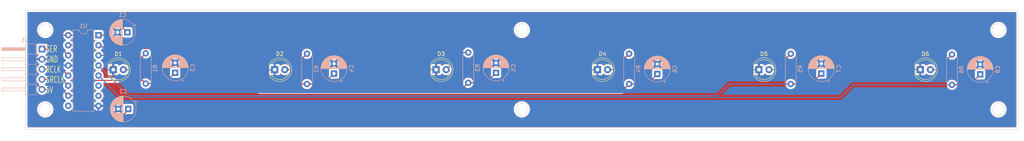
<source format=kicad_pcb>
(kicad_pcb (version 20211014) (generator pcbnew)
  (layers (0 "F.Cu" signal) (31 "B.Cu" signal) (34 "B.Paste" user) (35 "F.Paste" user) (36 "B.SilkS" user "B.Silkscreen") (37 "F.SilkS" user "F.Silkscreen") (38 "B.Mask" user) (39 "F.Mask" user) (44 "Edge.Cuts" user))
  (net 0 "")
  (net 1 "+5V")
  (net 2 "GND")
  (net 3 "Net-(C3-Pad1)")
  (net 4 "Net-(C4-Pad1)")
  (net 5 "Net-(C5-Pad1)")
  (net 6 "Net-(C6-Pad1)")
  (net 7 "Net-(C7-Pad1)")
  (net 8 "Net-(D1-Pad2)")
  (net 9 "Net-(D2-Pad2)")
  (net 10 "Net-(D3-Pad2)")
  (net 11 "Net-(D4-Pad2)")
  (net 12 "Net-(D5-Pad2)")
  (net 13 "Net-(D6-Pad2)")
  (net 17 "SRCLK")
  (net 18 "RCLK")
  (net 19 "SER")
  (net 20 "Net-(C8-Pad1)")
  (footprint "LED_THT:LED_D5.0mm_Clear" (layer "F.Cu") (at 184.685 15)
    (fp_text reference "D5" (at 1.27 -3.96) (layer "F.SilkS"))
    (fp_text value "LED")
    (pad "1" thru_hole rect (at 0 0) (size 1.8 1.8) (drill 0.9) (layers *.Cu *.Mask) (net 2 "GND"))
    (pad "2" thru_hole circle (at 2.54 0) (size 1.8 1.8) (drill 0.9) (layers *.Cu *.Mask) (net 12 "Net-(D5-Pad2)"))
  )
  (footprint "LED_THT:LED_D5.0mm_Clear" (layer "F.Cu") (at 225.325 15)
    (fp_text reference "D6" (at 1.27 -3.96) (layer "F.SilkS"))
    (fp_text value "LED")
    (pad "1" thru_hole rect (at 0 0) (size 1.8 1.8) (drill 0.9) (layers *.Cu *.Mask) (net 2 "GND"))
    (pad "2" thru_hole circle (at 2.54 0) (size 1.8 1.8) (drill 0.9) (layers *.Cu *.Mask) (net 13 "Net-(D6-Pad2)"))
  )
  (footprint "LED_THT:LED_D5.0mm_Clear" (layer "F.Cu") (at 144.045 15)
    (fp_text reference "D4" (at 1.27 -3.96) (layer "F.SilkS"))
    (fp_text value "LED")
    (pad "1" thru_hole rect (at 0 0) (size 1.8 1.8) (drill 0.9) (layers *.Cu *.Mask) (net 2 "GND"))
    (pad "2" thru_hole circle (at 2.54 0) (size 1.8 1.8) (drill 0.9) (layers *.Cu *.Mask) (net 11 "Net-(D4-Pad2)"))
  )
  (footprint "LED_THT:LED_D5.0mm_Clear" (layer "F.Cu") (at 22.125 15)
    (fp_text reference "D1" (at 1.27 -3.96) (layer "F.SilkS"))
    (fp_text value "LED")
    (pad "1" thru_hole rect (at 0 0) (size 1.8 1.8) (drill 0.9) (layers *.Cu *.Mask) (net 2 "GND"))
    (pad "2" thru_hole circle (at 2.54 0) (size 1.8 1.8) (drill 0.9) (layers *.Cu *.Mask) (net 8 "Net-(D1-Pad2)"))
  )
  (footprint "LED_THT:LED_D5.0mm_Clear" (layer "F.Cu") (at 62.765 15)
    (fp_text reference "D2" (at 1.27 -3.96) (layer "F.SilkS"))
    (fp_text value "LED")
    (pad "1" thru_hole rect (at 0 0) (size 1.8 1.8) (drill 0.9) (layers *.Cu *.Mask) (net 2 "GND"))
    (pad "2" thru_hole circle (at 2.54 0) (size 1.8 1.8) (drill 0.9) (layers *.Cu *.Mask) (net 9 "Net-(D2-Pad2)"))
  )
  (footprint "LED_THT:LED_D5.0mm_Clear" (layer "F.Cu") (at 103.405 15)
    (fp_text reference "D3" (at 1.27 -3.96) (layer "F.SilkS"))
    (fp_text value "LED")
    (pad "1" thru_hole rect (at 0 0) (size 1.8 1.8) (drill 0.9) (layers *.Cu *.Mask) (net 2 "GND"))
    (pad "2" thru_hole circle (at 2.54 0) (size 1.8 1.8) (drill 0.9) (layers *.Cu *.Mask) (net 10 "Net-(D3-Pad2)"))
  )
  (footprint "Resistor_THT:R_Axial_DIN0207_L6.3mm_D2.5mm_P7.62mm_Horizontal" (layer "B.Cu") (at 70.9 18.61 90)
    (fp_text reference "R2" (at 3.81 2.37 90) (layer "B.SilkS") (effects (justify mirror)))
    (fp_text value "120")
    (pad "1" thru_hole circle (at 0 0 90) (size 1.6 1.6) (drill 0.8) (layers *.Cu *.Mask) (net 4 "Net-(C4-Pad1)"))
    (pad "2" thru_hole oval (at 7.62 0 90) (size 1.6 1.6) (drill 0.8) (layers *.Cu *.Mask) (net 9 "Net-(D2-Pad2)"))
  )
  (footprint "Connector_PinHeader_2.54mm:PinHeader_1x05_P2.54mm_Horizontal" (layer "B.Cu") (at 4.175 9.825 180)
    (fp_text reference "J1" (at 4.385 2.27) (layer "B.SilkS") (effects (justify mirror)))
    (fp_text value "Conn_01x05")
    (pad "1" thru_hole rect (at 0 0 180) (size 1.7 1.7) (drill 1) (layers *.Cu *.Mask) (net 19 "SER"))
    (pad "2" thru_hole oval (at 0 -2.54 180) (size 1.7 1.7) (drill 1) (layers *.Cu *.Mask) (net 2 "GND"))
    (pad "3" thru_hole oval (at 0 -5.08 180) (size 1.7 1.7) (drill 1) (layers *.Cu *.Mask) (net 18 "RCLK"))
    (pad "4" thru_hole oval (at 0 -7.62 180) (size 1.7 1.7) (drill 1) (layers *.Cu *.Mask) (net 17 "SRCLK"))
    (pad "5" thru_hole oval (at 0 -10.16 180) (size 1.7 1.7) (drill 1) (layers *.Cu *.Mask) (net 1 "+5V"))
  )
  (footprint "Resistor_THT:R_Axial_DIN0207_L6.3mm_D2.5mm_P7.62mm_Horizontal" (layer "B.Cu") (at 111.5 18.31 90)
    (fp_text reference "R3" (at 3.81 2.37 90) (layer "B.SilkS") (effects (justify mirror)))
    (fp_text value "120")
    (pad "1" thru_hole circle (at 0 0 90) (size 1.6 1.6) (drill 0.8) (layers *.Cu *.Mask) (net 5 "Net-(C5-Pad1)"))
    (pad "2" thru_hole oval (at 7.62 0 90) (size 1.6 1.6) (drill 0.8) (layers *.Cu *.Mask) (net 10 "Net-(D3-Pad2)"))
  )
  (footprint "Capacitor_THT:CP_Radial_D6.3mm_P2.50mm" (layer "B.Cu") (at 25.88238 24.9 180)
    (fp_text reference "C2" (at 1.25 4.4) (layer "B.SilkS") (effects (justify mirror)))
    (fp_text value "C_Polarized")
    (pad "1" thru_hole rect (at 0 0 180) (size 1.6 1.6) (drill 0.8) (layers *.Cu *.Mask) (net 1 "+5V"))
    (pad "2" thru_hole circle (at 2.5 0 180) (size 1.6 1.6) (drill 0.8) (layers *.Cu *.Mask) (net 2 "GND"))
  )
  (footprint "Resistor_THT:R_Axial_DIN0207_L6.3mm_D2.5mm_P7.62mm_Horizontal" (layer "B.Cu") (at 30.3 18.51 90)
    (fp_text reference "R1" (at 3.81 2.37 90) (layer "B.SilkS") (effects (justify mirror)))
    (fp_text value "120")
    (pad "1" thru_hole circle (at 0 0 90) (size 1.6 1.6) (drill 0.8) (layers *.Cu *.Mask) (net 3 "Net-(C3-Pad1)"))
    (pad "2" thru_hole oval (at 7.62 0 90) (size 1.6 1.6) (drill 0.8) (layers *.Cu *.Mask) (net 8 "Net-(D1-Pad2)"))
  )
  (footprint "Resistor_THT:R_Axial_DIN0207_L6.3mm_D2.5mm_P7.62mm_Horizontal" (layer "B.Cu") (at 192.7 18.61 90)
    (fp_text reference "R5" (at 3.81 2.37 90) (layer "B.SilkS") (effects (justify mirror)))
    (fp_text value "120")
    (pad "1" thru_hole circle (at 0 0 90) (size 1.6 1.6) (drill 0.8) (layers *.Cu *.Mask) (net 7 "Net-(C7-Pad1)"))
    (pad "2" thru_hole oval (at 7.62 0 90) (size 1.6 1.6) (drill 0.8) (layers *.Cu *.Mask) (net 12 "Net-(D5-Pad2)"))
  )
  (footprint "Capacitor_THT:CP_Radial_D6.3mm_P2.50mm" (layer "B.Cu") (at 25.68238 5.6 180)
    (fp_text reference "C1" (at 1.25 4.4) (layer "B.SilkS") (effects (justify mirror)))
    (fp_text value "C_Polarized")
    (pad "1" thru_hole rect (at 0 0 180) (size 1.6 1.6) (drill 0.8) (layers *.Cu *.Mask) (net 1 "+5V"))
    (pad "2" thru_hole circle (at 2.5 0 180) (size 1.6 1.6) (drill 0.8) (layers *.Cu *.Mask) (net 2 "GND"))
  )
  (footprint "Capacitor_THT:CP_Radial_D6.3mm_P2.50mm" (layer "B.Cu") (at 37.7 15.78238 90)
    (fp_text reference "C3" (at 1.25 4.4 90) (layer "B.SilkS") (effects (justify mirror)))
    (fp_text value "C_Polarized")
    (pad "1" thru_hole rect (at 0 0 90) (size 1.6 1.6) (drill 0.8) (layers *.Cu *.Mask) (net 3 "Net-(C3-Pad1)"))
    (pad "2" thru_hole circle (at 2.5 0 90) (size 1.6 1.6) (drill 0.8) (layers *.Cu *.Mask) (net 2 "GND"))
  )
  (footprint "Capacitor_THT:CP_Radial_D6.3mm_P2.50mm" (layer "B.Cu") (at 159.1 16.08238 90)
    (fp_text reference "C6" (at 1.25 4.4 90) (layer "B.SilkS") (effects (justify mirror)))
    (fp_text value "C_Polarized")
    (pad "1" thru_hole rect (at 0 0 90) (size 1.6 1.6) (drill 0.8) (layers *.Cu *.Mask) (net 6 "Net-(C6-Pad1)"))
    (pad "2" thru_hole circle (at 2.5 0 90) (size 1.6 1.6) (drill 0.8) (layers *.Cu *.Mask) (net 2 "GND"))
  )
  (footprint "Resistor_THT:R_Axial_DIN0207_L6.3mm_D2.5mm_P7.62mm_Horizontal" (layer "B.Cu") (at 152 18.61 90)
    (fp_text reference "R4" (at 3.81 2.37 90) (layer "B.SilkS") (effects (justify mirror)))
    (fp_text value "120")
    (pad "1" thru_hole circle (at 0 0 90) (size 1.6 1.6) (drill 0.8) (layers *.Cu *.Mask) (net 6 "Net-(C6-Pad1)"))
    (pad "2" thru_hole oval (at 7.62 0 90) (size 1.6 1.6) (drill 0.8) (layers *.Cu *.Mask) (net 11 "Net-(D4-Pad2)"))
  )
  (footprint "Package_DIP:DIP-16_W7.62mm" (layer "B.Cu") (at 18.4 6.325 180)
    (fp_text reference "U1" (at 3.81 2.33) (layer "B.SilkS") (effects (justify mirror)))
    (fp_text value "74HCT595")
    (pad "1" thru_hole rect (at 0 0 180) (size 1.6 1.6) (drill 0.8) (layers *.Cu *.Mask) (net 4 "Net-(C4-Pad1)"))
    (pad "2" thru_hole oval (at 0 -2.54 180) (size 1.6 1.6) (drill 0.8) (layers *.Cu *.Mask) (net 5 "Net-(C5-Pad1)"))
    (pad "3" thru_hole oval (at 0 -5.08 180) (size 1.6 1.6) (drill 0.8) (layers *.Cu *.Mask) (net 6 "Net-(C6-Pad1)"))
    (pad "4" thru_hole oval (at 0 -7.62 180) (size 1.6 1.6) (drill 0.8) (layers *.Cu *.Mask) (net 7 "Net-(C7-Pad1)"))
    (pad "5" thru_hole oval (at 0 -10.16 180) (size 1.6 1.6) (drill 0.8) (layers *.Cu *.Mask) (net 20 "Net-(C8-Pad1)"))
    (pad "6" thru_hole oval (at 0 -12.7 180) (size 1.6 1.6) (drill 0.8) (layers *.Cu *.Mask))
    (pad "7" thru_hole oval (at 0 -15.24 180) (size 1.6 1.6) (drill 0.8) (layers *.Cu *.Mask))
    (pad "8" thru_hole oval (at 0 -17.78 180) (size 1.6 1.6) (drill 0.8) (layers *.Cu *.Mask) (net 2 "GND"))
    (pad "9" thru_hole oval (at 7.62 -17.78 180) (size 1.6 1.6) (drill 0.8) (layers *.Cu *.Mask))
    (pad "10" thru_hole oval (at 7.62 -15.24 180) (size 1.6 1.6) (drill 0.8) (layers *.Cu *.Mask) (net 1 "+5V"))
    (pad "11" thru_hole oval (at 7.62 -12.7 180) (size 1.6 1.6) (drill 0.8) (layers *.Cu *.Mask) (net 17 "SRCLK"))
    (pad "12" thru_hole oval (at 7.62 -10.16 180) (size 1.6 1.6) (drill 0.8) (layers *.Cu *.Mask) (net 18 "RCLK"))
    (pad "13" thru_hole oval (at 7.62 -7.62 180) (size 1.6 1.6) (drill 0.8) (layers *.Cu *.Mask) (net 2 "GND"))
    (pad "14" thru_hole oval (at 7.62 -5.08 180) (size 1.6 1.6) (drill 0.8) (layers *.Cu *.Mask) (net 19 "SER"))
    (pad "15" thru_hole oval (at 7.62 -2.54 180) (size 1.6 1.6) (drill 0.8) (layers *.Cu *.Mask) (net 3 "Net-(C3-Pad1)"))
    (pad "16" thru_hole oval (at 7.62 0 180) (size 1.6 1.6) (drill 0.8) (layers *.Cu *.Mask) (net 1 "+5V"))
  )
  (footprint "Resistor_THT:R_Axial_DIN0207_L6.3mm_D2.5mm_P7.62mm_Horizontal" (layer "B.Cu") (at 233.3 18.81 90)
    (fp_text reference "R6" (at 3.81 2.37 90) (layer "B.SilkS") (effects (justify mirror)))
    (fp_text value "120")
    (pad "1" thru_hole circle (at 0 0 90) (size 1.6 1.6) (drill 0.8) (layers *.Cu *.Mask) (net 20 "Net-(C8-Pad1)"))
    (pad "2" thru_hole oval (at 7.62 0 90) (size 1.6 1.6) (drill 0.8) (layers *.Cu *.Mask) (net 13 "Net-(D6-Pad2)"))
  )
  (footprint "Capacitor_THT:CP_Radial_D6.3mm_P2.50mm" (layer "B.Cu") (at 118.5 15.8 90)
    (fp_text reference "C5" (at 1.25 4.4 90) (layer "B.SilkS") (effects (justify mirror)))
    (fp_text value "C_Polarized")
    (pad "1" thru_hole rect (at 0 0 90) (size 1.6 1.6) (drill 0.8) (layers *.Cu *.Mask) (net 5 "Net-(C5-Pad1)"))
    (pad "2" thru_hole circle (at 2.5 0 90) (size 1.6 1.6) (drill 0.8) (layers *.Cu *.Mask) (net 2 "GND"))
  )
  (footprint "Capacitor_THT:CP_Radial_D6.3mm_P2.50mm" (layer "B.Cu") (at 200.4 15.982379 90)
    (fp_text reference "C7" (at 1.25 4.4 90) (layer "B.SilkS") (effects (justify mirror)))
    (fp_text value "C_Polarized")
    (pad "1" thru_hole rect (at 0 0 90) (size 1.6 1.6) (drill 0.8) (layers *.Cu *.Mask) (net 7 "Net-(C7-Pad1)"))
    (pad "2" thru_hole circle (at 2.5 0 90) (size 1.6 1.6) (drill 0.8) (layers *.Cu *.Mask) (net 2 "GND"))
  )
  (footprint "Capacitor_THT:CP_Radial_D6.3mm_P2.50mm" (layer "B.Cu") (at 240.4 16.182379 90)
    (fp_text reference "C8" (at 1.25 4.4 90) (layer "B.SilkS") (effects (justify mirror)))
    (fp_text value "C_Polarized")
    (pad "1" thru_hole rect (at 0 0 90) (size 1.6 1.6) (drill 0.8) (layers *.Cu *.Mask) (net 20 "Net-(C8-Pad1)"))
    (pad "2" thru_hole circle (at 2.5 0 90) (size 1.6 1.6) (drill 0.8) (layers *.Cu *.Mask) (net 2 "GND"))
  )
  (footprint "Capacitor_THT:CP_Radial_D6.3mm_P2.50mm" (layer "B.Cu") (at 77.7 15.982379 90)
    (fp_text reference "C4" (at 1.25 4.4 90) (layer "B.SilkS") (effects (justify mirror)))
    (fp_text value "C_Polarized")
    (pad "1" thru_hole rect (at 0 0 90) (size 1.6 1.6) (drill 0.8) (layers *.Cu *.Mask) (net 4 "Net-(C4-Pad1)"))
    (pad "2" thru_hole circle (at 2.5 0 90) (size 1.6 1.6) (drill 0.8) (layers *.Cu *.Mask) (net 2 "GND"))
  )
  (gr_circle (center 245 5) (end 246.55 5) (layer "Edge.Cuts") (width 0.1) (fill none))
  (gr_circle (center 125 5) (end 126.55 5) (layer "Edge.Cuts") (width 0.1) (fill none))
  (gr_rect (start 0 0) (end 250 30) (layer "Edge.Cuts") (width 0.1) (fill none))
  (gr_circle (center 5 5) (end 6.55 5) (layer "Edge.Cuts") (width 0.1) (fill none))
  (gr_circle (center 5 25) (end 6.55 25) (layer "Edge.Cuts") (width 0.1) (fill none))
  (gr_circle (center 245 25) (end 246.55 25) (layer "Edge.Cuts") (width 0.1) (fill none))
  (gr_circle (center 125 25) (end 126.55 25) (layer "Edge.Cuts") (width 0.1) (fill none))
  (gr_text "SER\nGND\nRCLK\nSRCLK\n5V" (at 5.05 14.95) (layer "F.SilkS") (effects (font (size 1.6 1)) (justify left)))
  (segment (start 25.88238 25.11762) (end 25.88238 24.9) (width 0.25) (layer "F.Cu") (net 1))
  (segment (start 6.7 7.6) (end 7.975 6.325) (width 0.25) (layer "F.Cu") (net 1))
  (segment (start 23.58238 3.5) (end 17.5 3.5) (width 0.25) (layer "F.Cu") (net 1))
  (segment (start 18.8 27.8) (end 23.2 27.8) (width 0.25) (layer "F.Cu") (net 1))
  (segment (start 1.6 9) (end 3 7.6) (width 0.25) (layer "F.Cu") (net 1))
  (segment (start 4.175 19.985) (end 1.6 17.41) (width 0.25) (layer "F.Cu") (net 1))
  (segment (start 9.2 19.985) (end 10.78 21.565) (width 0.25) (layer "F.Cu") (net 1))
  (segment (start 3 7.6) (end 6.7 7.6) (width 0.25) (layer "F.Cu") (net 1))
  (segment (start 23.2 27.8) (end 25.88238 25.11762) (width 0.25) (layer "F.Cu") (net 1))
  (segment (start 12.565 21.565) (end 18.8 27.8) (width 0.25) (layer "F.Cu") (net 1))
  (segment (start 1.6 17.41) (end 1.6 9) (width 0.25) (layer "F.Cu") (net 1))
  (segment (start 25.68238 5.6) (end 23.58238 3.5) (width 0.25) (layer "F.Cu") (net 1))
  (segment (start 17.5 3.5) (end 14.675 6.325) (width 0.25) (layer "F.Cu") (net 1))
  (segment (start 10.78 21.565) (end 12.565 21.565) (width 0.25) (layer "F.Cu") (net 1))
  (segment (start 14.675 6.325) (end 10.78 6.325) (width 0.25) (layer "F.Cu") (net 1))
  (segment (start 4.175 19.985) (end 9.2 19.985) (width 0.25) (layer "F.Cu") (net 1))
  (segment (start 7.975 6.325) (end 10.78 6.325) (width 0.25) (layer "F.Cu") (net 1))
  (segment (start 29.49 17.7) (end 16.1 17.7) (width 0.25) (layer "F.Cu") (net 3))
  (segment (start 16.1 17.7) (end 14.3 15.9) (width 0.25) (layer "F.Cu") (net 3))
  (segment (start 30.3 18.51) (end 29.49 17.7) (width 0.25) (layer "F.Cu") (net 3))
  (segment (start 30.3 18.51) (end 34.97238 18.51) (width 0.25) (layer "F.Cu") (net 3))
  (segment (start 14.3 15.9) (end 14.3 10.7) (width 0.25) (layer "F.Cu") (net 3))
  (segment (start 14.3 10.7) (end 12.465 8.865) (width 0.25) (layer "F.Cu") (net 3))
  (segment (start 34.97238 18.51) (end 37.7 15.78238) (width 0.25) (layer "F.Cu") (net 3))
  (segment (start 12.465 8.865) (end 10.78 8.865) (width 0.25) (layer "F.Cu") (net 3))
  (segment (start 75.072379 18.61) (end 77.7 15.982379) (width 0.25) (layer "F.Cu") (net 4))
  (segment (start 58.61 18.61) (end 48.8 8.8) (width 0.25) (layer "F.Cu") (net 4))
  (segment (start 23.55 8.8) (end 21.075 6.325) (width 0.25) (layer "F.Cu") (net 4))
  (segment (start 48.8 8.8) (end 23.55 8.8) (width 0.25) (layer "F.Cu") (net 4))
  (segment (start 21.075 6.325) (end 18.4 6.325) (width 0.25) (layer "F.Cu") (net 4))
  (segment (start 70.9 18.61) (end 75.072379 18.61) (width 0.25) (layer "F.Cu") (net 4))
  (segment (start 70.9 18.61) (end 58.61 18.61) (width 0.25) (layer "F.Cu") (net 4))
  (segment (start 18.4 8.865) (end 18.785 9.25) (width 0.25) (layer "F.Cu") (net 5))
  (segment (start 18.785 9.25) (end 48.45 9.25) (width 0.25) (layer "F.Cu") (net 5))
  (segment (start 48.45 9.25) (end 59.2 20) (width 0.25) (layer "F.Cu") (net 5))
  (segment (start 115.99 18.31) (end 118.5 15.8) (width 0.25) (layer "F.Cu") (net 5))
  (segment (start 109.81 20) (end 111.5 18.31) (width 0.25) (layer "F.Cu") (net 5))
  (segment (start 111.5 18.31) (end 115.99 18.31) (width 0.25) (layer "F.Cu") (net 5))
  (segment (start 59.2 20) (end 109.81 20) (width 0.25) (layer "F.Cu") (net 5))
  (segment (start 48.15 9.7) (end 58.9 20.45) (width 0.25) (layer "F.Cu") (net 6))
  (segment (start 20.295 11.405) (end 22 9.7) (width 0.25) (layer "F.Cu") (net 6))
  (segment (start 18.4 11.405) (end 20.295 11.405) (width 0.25) (layer "F.Cu") (net 6))
  (segment (start 156.57238 18.61) (end 159.1 16.08238) (width 0.25) (layer "F.Cu") (net 6))
  (segment (start 152 18.61) (end 156.57238 18.61) (width 0.25) (layer "F.Cu") (net 6))
  (segment (start 22 9.7) (end 48.15 9.7) (width 0.25) (layer "F.Cu") (net 6))
  (segment (start 58.9 20.45) (end 150.16 20.45) (width 0.25) (layer "F.Cu") (net 6))
  (segment (start 150.16 20.45) (end 152 18.61) (width 0.25) (layer "F.Cu") (net 6))
  (segment (start 192.7 18.61) (end 197.772379 18.61) (width 0.25) (layer "F.Cu") (net 7))
  (segment (start 197.772379 18.61) (end 200.4 15.982379) (width 0.25) (layer "F.Cu") (net 7))
  (segment (start 174.3 21.55) (end 26.005 21.55) (width 0.25) (layer "B.Cu") (net 7))
  (segment (start 177.24 18.61) (end 174.3 21.55) (width 0.25) (layer "B.Cu") (net 7))
  (segment (start 192.7 18.61) (end 177.24 18.61) (width 0.25) (layer "B.Cu") (net 7))
  (segment (start 26.005 21.55) (end 18.4 13.945) (width 0.25) (layer "B.Cu") (net 7))
  (segment (start 24.665 15) (end 26.19 15) (width 0.25) (layer "F.Cu") (net 8))
  (segment (start 26.19 15) (end 30.3 10.89) (width 0.25) (layer "F.Cu") (net 8))
  (segment (start 65.305 15) (end 66.89 15) (width 0.25) (layer "F.Cu") (net 9))
  (segment (start 66.89 15) (end 70.9 10.99) (width 0.25) (layer "F.Cu") (net 9))
  (segment (start 105.945 15) (end 110.255 10.69) (width 0.25) (layer "F.Cu") (net 10))
  (segment (start 110.255 10.69) (end 111.5 10.69) (width 0.25) (layer "F.Cu") (net 10))
  (segment (start 146.585 15) (end 147.99 15) (width 0.25) (layer "F.Cu") (net 11))
  (segment (start 147.99 15) (end 152 10.99) (width 0.25) (layer "F.Cu") (net 11))
  (segment (start 188.69 15) (end 192.7 10.99) (width 0.25) (layer "F.Cu") (net 12))
  (segment (start 187.225 15) (end 188.69 15) (width 0.25) (layer "F.Cu") (net 12))
  (segment (start 227.865 15) (end 229.49 15) (width 0.25) (layer "F.Cu") (net 13))
  (segment (start 229.49 15) (end 233.3 11.19) (width 0.25) (layer "F.Cu") (net 13))
  (segment (start 9.2 17.445) (end 10.78 19.025) (width 0.25) (layer "F.Cu") (net 17))
  (segment (start 4.175 17.445) (end 9.2 17.445) (width 0.25) (layer "F.Cu") (net 17))
  (segment (start 9.2 14.905) (end 10.78 16.485) (width 0.25) (layer "F.Cu") (net 18))
  (segment (start 4.175 14.905) (end 9.2 14.905) (width 0.25) (layer "F.Cu") (net 18))
  (segment (start 9.2 9.825) (end 10.78 11.405) (width 0.25) (layer "F.Cu") (net 19))
  (segment (start 4.175 9.825) (end 9.2 9.825) (width 0.25) (layer "F.Cu") (net 19))
  (segment (start 237.772379 18.81) (end 240.4 16.182379) (width 0.25) (layer "F.Cu") (net 20))
  (segment (start 233.3 18.81) (end 237.772379 18.81) (width 0.25) (layer "F.Cu") (net 20))
  (segment (start 205.2 22) (end 23.915 22) (width 0.25) (layer "B.Cu") (net 20))
  (segment (start 208.39 18.81) (end 205.2 22) (width 0.25) (layer "B.Cu") (net 20))
  (segment (start 23.915 22) (end 18.4 16.485) (width 0.25) (layer "B.Cu") (net 20))
  (segment (start 233.3 18.81) (end 208.39 18.81) (width 0.25) (layer "B.Cu") (net 20))
  (zone (net 2) (net_name "GND") (layers F&B.Cu) (connect_pads (clearance 0.508)) (min_thickness 0.254) (fill yes (thermal_gap 0.508) (thermal_bridge_width 0.508))
    (polygon (pts (xy 251.46 33.02) (xy -2.54 33.02) (xy -2.54 -2.54) (xy 251.46 -2.54)))
  )
)
</source>
